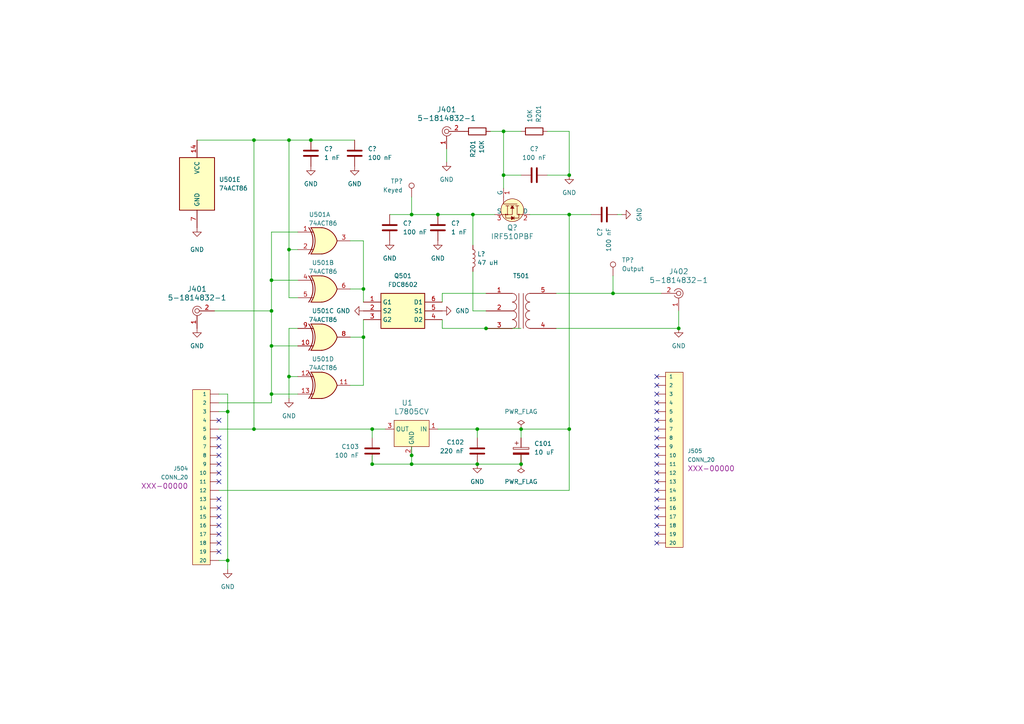
<source format=kicad_sch>
(kicad_sch (version 20230121) (generator eeschema)
  (paper "A4")
  (lib_symbols
    (symbol "74xx:74HC86" (pin_names (offset 1.016))
      (property "Reference" "U" (at 0 1.27 0))
      (property "Value" "74HC86" (at 0 -1.27 0))
      (symbol "74HC86_1_0"
        (arc (start -4.4196 -3.81) (mid -3.2033 0) (end -4.4196 3.81) (stroke (width 0.254)))
        (arc (start -3.81 -3.81) (mid -2.589 0) (end -3.81 3.81) (stroke (width 0.254)))
        (arc (start -0.6096 -3.81) (mid 2.1842 -2.5851) (end 3.81 0) (stroke (width 0.254)) (fill (type background)))
        (polyline (pts (xy -3.81 -3.81) (xy -0.635 -3.81)) (stroke (width 0.254)) (fill (type background)))
        (polyline (pts (xy -3.81 3.81) (xy -0.635 3.81)) (stroke (width 0.254)) (fill (type background)))
        (polyline (pts (xy -0.635 3.81) (xy -3.81 3.81) (xy -3.81 3.81) (xy -3.556 3.4036) (xy -3.0226 2.2606) (xy -2.6924 1.0414) (xy -2.6162 -0.254) (xy -2.7686 -1.4986) (xy -3.175 -2.7178) (xy -3.81 -3.81) (xy -3.81 -3.81) (xy -0.635 -3.81)) (stroke (width -25.4)) (fill (type background)))
        (arc (start 3.81 0) (mid 2.1915 2.5936) (end -0.6096 3.81) (stroke (width 0.254)) (fill (type background)))
        (pin input line (at -7.62 2.54 0) (length 4.445) (name "~") (number "1"))
        (pin input line (at -7.62 -2.54 0) (length 4.445) (name "~") (number "2"))
        (pin output line (at 7.62 0 180) (length 3.81) (name "~") (number "3"))
      )
      (symbol "74HC86_1_1"
        (polyline (pts (xy -3.81 -2.54) (xy -3.175 -2.54)) (stroke (width 0.1524)))
        (polyline (pts (xy -3.81 2.54) (xy -3.175 2.54)) (stroke (width 0.1524)))
      )
      (symbol "74HC86_2_0"
        (arc (start -4.4196 -3.81) (mid -3.2033 0) (end -4.4196 3.81) (stroke (width 0.254)))
        (arc (start -3.81 -3.81) (mid -2.589 0) (end -3.81 3.81) (stroke (width 0.254)))
        (arc (start -0.6096 -3.81) (mid 2.1842 -2.5851) (end 3.81 0) (stroke (width 0.254)) (fill (type background)))
        (polyline (pts (xy -3.81 -3.81) (xy -0.635 -3.81)) (stroke (width 0.254)) (fill (type background)))
        (polyline (pts (xy -3.81 3.81) (xy -0.635 3.81)) (stroke (width 0.254)) (fill (type background)))
        (polyline (pts (xy -0.635 3.81) (xy -3.81 3.81) (xy -3.81 3.81) (xy -3.556 3.4036) (xy -3.0226 2.2606) (xy -2.6924 1.0414) (xy -2.6162 -0.254) (xy -2.7686 -1.4986) (xy -3.175 -2.7178) (xy -3.81 -3.81) (xy -3.81 -3.81) (xy -0.635 -3.81)) (stroke (width -25.4)) (fill (type background)))
        (arc (start 3.81 0) (mid 2.1915 2.5936) (end -0.6096 3.81) (stroke (width 0.254)) (fill (type background)))
        (pin input line (at -7.62 2.54 0) (length 4.445) (name "~") (number "4"))
        (pin input line (at -7.62 -2.54 0) (length 4.445) (name "~") (number "5"))
        (pin output line (at 7.62 0 180) (length 3.81) (name "~") (number "6"))
      )
      (symbol "74HC86_2_1"
        (polyline (pts (xy -3.81 -2.54) (xy -3.175 -2.54)) (stroke (width 0.1524)))
        (polyline (pts (xy -3.81 2.54) (xy -3.175 2.54)) (stroke (width 0.1524)))
      )
      (symbol "74HC86_3_0"
        (arc (start -4.4196 -3.81) (mid -3.2033 0) (end -4.4196 3.81) (stroke (width 0.254)))
        (arc (start -3.81 -3.81) (mid -2.589 0) (end -3.81 3.81) (stroke (width 0.254)))
        (arc (start -0.6096 -3.81) (mid 2.1842 -2.5851) (end 3.81 0) (stroke (width 0.254)) (fill (type background)))
        (polyline (pts (xy -3.81 -3.81) (xy -0.635 -3.81)) (stroke (width 0.254)) (fill (type background)))
        (polyline (pts (xy -3.81 3.81) (xy -0.635 3.81)) (stroke (width 0.254)) (fill (type background)))
        (polyline (pts (xy -0.635 3.81) (xy -3.81 3.81) (xy -3.81 3.81) (xy -3.556 3.4036) (xy -3.0226 2.2606) (xy -2.6924 1.0414) (xy -2.6162 -0.254) (xy -2.7686 -1.4986) (xy -3.175 -2.7178) (xy -3.81 -3.81) (xy -3.81 -3.81) (xy -0.635 -3.81)) (stroke (width -25.4)) (fill (type background)))
        (arc (start 3.81 0) (mid 2.1915 2.5936) (end -0.6096 3.81) (stroke (width 0.254)) (fill (type background)))
        (pin input line (at -7.62 -2.54 0) (length 4.445) (name "~") (number "10"))
        (pin output line (at 7.62 0 180) (length 3.81) (name "~") (number "8"))
        (pin input line (at -7.62 2.54 0) (length 4.445) (name "~") (number "9"))
      )
      (symbol "74HC86_3_1"
        (polyline (pts (xy -3.81 -2.54) (xy -3.175 -2.54)) (stroke (width 0.1524)))
        (polyline (pts (xy -3.81 2.54) (xy -3.175 2.54)) (stroke (width 0.1524)))
      )
      (symbol "74HC86_4_0"
        (arc (start -4.4196 -3.81) (mid -3.2033 0) (end -4.4196 3.81) (stroke (width 0.254)))
        (arc (start -3.81 -3.81) (mid -2.589 0) (end -3.81 3.81) (stroke (width 0.254)))
        (arc (start -0.6096 -3.81) (mid 2.1842 -2.5851) (end 3.81 0) (stroke (width 0.254)) (fill (type background)))
        (polyline (pts (xy -3.81 -3.81) (xy -0.635 -3.81)) (stroke (width 0.254)) (fill (type background)))
        (polyline (pts (xy -3.81 3.81) (xy -0.635 3.81)) (stroke (width 0.254)) (fill (type background)))
        (polyline (pts (xy -0.635 3.81) (xy -3.81 3.81) (xy -3.81 3.81) (xy -3.556 3.4036) (xy -3.0226 2.2606) (xy -2.6924 1.0414) (xy -2.6162 -0.254) (xy -2.7686 -1.4986) (xy -3.175 -2.7178) (xy -3.81 -3.81) (xy -3.81 -3.81) (xy -0.635 -3.81)) (stroke (width -25.4)) (fill (type background)))
        (arc (start 3.81 0) (mid 2.1915 2.5936) (end -0.6096 3.81) (stroke (width 0.254)) (fill (type background)))
        (pin output line (at 7.62 0 180) (length 3.81) (name "~") (number "11"))
        (pin input line (at -7.62 2.54 0) (length 4.445) (name "~") (number "12"))
        (pin input line (at -7.62 -2.54 0) (length 4.445) (name "~") (number "13"))
      )
      (symbol "74HC86_4_1"
        (polyline (pts (xy -3.81 -2.54) (xy -3.175 -2.54)) (stroke (width 0.1524)))
        (polyline (pts (xy -3.81 2.54) (xy -3.175 2.54)) (stroke (width 0.1524)))
      )
      (symbol "74HC86_5_0"
        (pin power_in line (at 0 12.7 270) (length 5.08) (name "VCC") (number "14"))
        (pin power_in line (at 0 -12.7 90) (length 5.08) (name "GND") (number "7"))
      )
      (symbol "74HC86_5_1"
        (rectangle (start -5.08 7.62) (end 5.08 -7.62) (stroke (width 0.254)) (fill (type background)))
      )
    )
    (symbol "Connector:TestPoint" (pin_numbers hide) (pin_names (offset 0.762) hide)
      (property "Reference" "TP" (at 0 6.858 0))
      (property "Value" "TestPoint" (at 0 5.08 0))
      (symbol "TestPoint_0_1"
        (circle (center 0 3.302) (radius 0.762))
      )
      (symbol "TestPoint_1_1"
        (pin passive line (at 0 0 90) (length 2.54) (name "1") (number "1"))
      )
    )
    (symbol "Device:C" (pin_numbers hide) (pin_names (offset 0.254))
      (property "Reference" "C" (at 0.635 2.54 0))
      (property "Value" "C" (at 0.635 -2.54 0))
      (symbol "C_0_1"
        (polyline (pts (xy -2.032 -0.762) (xy 2.032 -0.762)) (stroke (width 0.508)))
        (polyline (pts (xy -2.032 0.762) (xy 2.032 0.762)) (stroke (width 0.508)))
      )
      (symbol "C_1_1"
        (pin passive line (at 0 3.81 270) (length 2.794) (name "~") (number "1"))
        (pin passive line (at 0 -3.81 90) (length 2.794) (name "~") (number "2"))
      )
    )
    (symbol "Device:C_Polarized" (pin_numbers hide) (pin_names (offset 0.254))
      (property "Reference" "C" (at 0.635 2.54 0))
      (property "Value" "C_Polarized" (at 0.635 -2.54 0))
      (symbol "C_Polarized_0_1"
        (rectangle (start -2.286 0.508) (end 2.286 1.016))
        (polyline (pts (xy -1.778 2.286) (xy -0.762 2.286)))
        (polyline (pts (xy -1.27 2.794) (xy -1.27 1.778)))
        (rectangle (start 2.286 -0.508) (end -2.286 -1.016) (fill (type outline)))
      )
      (symbol "C_Polarized_1_1"
        (pin passive line (at 0 3.81 270) (length 2.794) (name "~") (number "1"))
        (pin passive line (at 0 -3.81 90) (length 2.794) (name "~") (number "2"))
      )
    )
    (symbol "Device:L" (pin_numbers hide) (pin_names (offset 1.016) hide)
      (property "Reference" "L" (at -1.27 0 90))
      (property "Value" "L" (at 1.905 0 90))
      (symbol "L_0_1"
        (arc (start 0 -2.54) (mid 0.6323 -1.905) (end 0 -1.27))
        (arc (start 0 -1.27) (mid 0.6323 -0.635) (end 0 0))
        (arc (start 0 0) (mid 0.6323 0.635) (end 0 1.27))
        (arc (start 0 1.27) (mid 0.6323 1.905) (end 0 2.54))
      )
      (symbol "L_1_1"
        (pin passive line (at 0 3.81 270) (length 1.27) (name "1") (number "1"))
        (pin passive line (at 0 -3.81 90) (length 1.27) (name "2") (number "2"))
      )
    )
    (symbol "Device:R" (pin_numbers hide) (pin_names (offset 0))
      (property "Reference" "R" (at 2.032 0 90))
      (property "Value" "R" (at 0 0 90))
      (symbol "R_0_1"
        (rectangle (start -1.016 -2.54) (end 1.016 2.54) (stroke (width 0.254)))
      )
      (symbol "R_1_1"
        (pin passive line (at 0 3.81 270) (length 1.27) (name "~") (number "1"))
        (pin passive line (at 0 -3.81 90) (length 1.27) (name "~") (number "2"))
      )
    )
    (symbol "Device:Transformer_SP_1S" (pin_names (offset 1.016) hide)
      (property "Reference" "T" (at 0 6.35 0))
      (property "Value" "Transformer_SP_1S" (at 0 -7.62 0))
      (symbol "Transformer_SP_1S_0_1"
        (arc (start -2.54 -5.0546) (mid -1.6599 -4.6901) (end -1.27 -3.81))
        (arc (start -2.54 -2.5146) (mid -1.6599 -2.1501) (end -1.27 -1.27))
        (arc (start -2.54 0.0254) (mid -1.6599 0.3899) (end -1.27 1.27))
        (arc (start -2.54 2.5654) (mid -1.6599 2.9299) (end -1.27 3.81))
        (arc (start -1.27 -3.81) (mid -1.642 -2.912) (end -2.54 -2.54))
        (arc (start -1.27 -1.27) (mid -1.642 -0.372) (end -2.54 0))
        (arc (start -1.27 1.27) (mid -1.642 2.168) (end -2.54 2.54))
        (arc (start -1.27 3.81) (mid -1.642 4.708) (end -2.54 5.08))
        (polyline (pts (xy -0.635 5.08) (xy -0.635 -5.08)))
        (polyline (pts (xy 0.635 -5.08) (xy 0.635 5.08)))
        (arc (start 1.2954 -1.27) (mid 1.6599 -2.1501) (end 2.54 -2.5146))
        (arc (start 1.2954 1.27) (mid 1.6599 0.3899) (end 2.54 0.0254))
        (arc (start 1.2954 3.81) (mid 1.6599 2.9299) (end 2.54 2.5654))
        (arc (start 1.3208 -3.81) (mid 1.6853 -4.6901) (end 2.5654 -5.0546))
        (arc (start 2.54 0) (mid 1.642 -0.372) (end 1.2954 -1.27))
        (arc (start 2.54 2.54) (mid 1.642 2.168) (end 1.2954 1.27))
        (arc (start 2.54 5.08) (mid 1.642 4.708) (end 1.2954 3.81))
        (arc (start 2.5654 -2.54) (mid 1.6674 -2.912) (end 1.3208 -3.81))
      )
      (symbol "Transformer_SP_1S_1_1"
        (pin passive line (at -10.16 5.08 0) (length 7.62) (name "PR1") (number "1"))
        (pin passive line (at -10.16 0 0) (length 7.62) (name "PM") (number "2"))
        (pin passive line (at -10.16 -5.08 0) (length 7.62) (name "PR2") (number "3"))
        (pin passive line (at 10.16 -5.08 180) (length 7.62) (name "S1") (number "4"))
        (pin passive line (at 10.16 5.08 180) (length 7.62) (name "S2") (number "5"))
      )
    )
    (symbol "FDC8602:FDC8602"
      (property "Reference" "Q" (at 19.05 7.62 0))
      (property "Value" "FDC8602" (at 19.05 5.08 0))
      (symbol "FDC8602_1_1"
        (rectangle (start 5.08 2.54) (end 17.78 -7.62) (stroke (width 0.254)) (fill (type background)))
        (pin passive line (at 0 0 0) (length 5.08) (name "G1") (number "1"))
        (pin passive line (at 0 -2.54 0) (length 5.08) (name "S2") (number "2"))
        (pin passive line (at 0 -5.08 0) (length 5.08) (name "G2") (number "3"))
        (pin passive line (at 22.86 -5.08 180) (length 5.08) (name "D2") (number "4"))
        (pin passive line (at 22.86 -2.54 180) (length 5.08) (name "S1") (number "5"))
        (pin passive line (at 22.86 0 180) (length 5.08) (name "D1") (number "6"))
      )
    )
    (symbol "SparkFun-Connectors:CONN_20" (pin_numbers hide) (pin_names (offset 1.016))
      (property "Reference" "J" (at -5.08 50.8 0))
      (property "Value" "CONN_20" (at -5.08 -3.81 0))
      (property "Field4" "XXX-00000" (at 0 54.61 0))
      (symbol "CONN_20_0_1"
        (rectangle (start 0 -1.27) (end -5.08 49.53) (fill (type background)))
      )
      (symbol "CONN_20_1_1"
        (pin passive line (at 2.54 0 180) (length 2.54) (name "1") (number "1"))
        (pin passive line (at 2.54 22.86 180) (length 2.54) (name "10") (number "10"))
        (pin passive line (at 2.54 25.4 180) (length 2.54) (name "11") (number "11"))
        (pin passive line (at 2.54 27.94 180) (length 2.54) (name "12") (number "12"))
        (pin passive line (at 2.54 30.48 180) (length 2.54) (name "13") (number "13"))
        (pin passive line (at 2.54 33.02 180) (length 2.54) (name "14") (number "14"))
        (pin passive line (at 2.54 35.56 180) (length 2.54) (name "15") (number "15"))
        (pin passive line (at 2.54 38.1 180) (length 2.54) (name "16") (number "16"))
        (pin passive line (at 2.54 40.64 180) (length 2.54) (name "17") (number "17"))
        (pin passive line (at 2.54 43.18 180) (length 2.54) (name "18") (number "18"))
        (pin passive line (at 2.54 45.72 180) (length 2.54) (name "19") (number "19"))
        (pin passive line (at 2.54 2.54 180) (length 2.54) (name "2") (number "2"))
        (pin passive line (at 2.54 48.26 180) (length 2.54) (name "20") (number "20"))
        (pin passive line (at 2.54 5.08 180) (length 2.54) (name "3") (number "3"))
        (pin passive line (at 2.54 7.62 180) (length 2.54) (name "4") (number "4"))
        (pin passive line (at 2.54 10.16 180) (length 2.54) (name "5") (number "5"))
        (pin passive line (at 2.54 12.7 180) (length 2.54) (name "6") (number "6"))
        (pin passive line (at 2.54 15.24 180) (length 2.54) (name "7") (number "7"))
        (pin passive line (at 2.54 17.78 180) (length 2.54) (name "8") (number "8"))
        (pin passive line (at 2.54 20.32 180) (length 2.54) (name "9") (number "9"))
      )
    )
    (symbol "dk_Coaxial-Connectors-RF:5-1814832-1" (pin_names (offset 1.016))
      (property "Reference" "J" (at -2.54 1.27 0))
      (property "Value" "5-1814832-1" (at 1.27 -2.54 0))
      (symbol "5-1814832-1_0_1"
        (arc (start -1.27 0) (mid -0.2651 -1.3081) (end 1.27 -0.635))
        (circle (center 0 0) (radius 0.635))
        (arc (start 1.27 0.635) (mid -0.2496 1.3256) (end -1.27 0))
      )
      (symbol "5-1814832-1_1_1"
        (pin passive line (at 0 -5.08 90) (length 3.683) (name "~") (number "1"))
        (pin passive line (at 5.08 0 180) (length 4.445) (name "~") (number "2"))
      )
    )
    (symbol "dk_PMIC-Voltage-Regulators-Linear:L7805CV"
      (property "Reference" "U" (at 0 3.81 0))
      (property "Value" "L7805CV" (at 0 6.35 0))
      (symbol "L7805CV_1_1"
        (rectangle (start -5.08 2.54) (end 5.08 -5.08) (fill (type background)))
        (pin power_in line (at -7.62 0 0) (length 2.54) (name "IN") (number "1"))
        (pin power_in line (at 0 -7.62 90) (length 2.54) (name "GND") (number "2"))
        (pin power_out line (at 7.62 0 180) (length 2.54) (name "OUT") (number "3"))
      )
    )
    (symbol "dk_Transistors-FETs-MOSFETs-Single:IRF510PBF" (pin_names (offset 0))
      (property "Reference" "Q" (at -2.6924 3.6322 0))
      (property "Value" "IRF510PBF" (at 3.4544 0 90))
      (symbol "IRF510PBF_0_1"
        (circle (center -1.27 0) (radius 3.302) (fill (type background)))
        (circle (center 0 -1.905) (radius 0.127))
        (circle (center 0 -1.397) (radius 0.127))
        (polyline (pts (xy 0 -1.397) (xy -2.54 -1.397)))
        (polyline (pts (xy -5.08 -2.54) (xy -3.048 -2.54) (xy -3.048 1.397)))
        (polyline (pts (xy 0 -2.54) (xy 0 0) (xy -2.54 0)))
        (polyline (pts (xy 0 2.54) (xy 0 1.397) (xy -2.54 1.397)))
        (polyline (pts (xy -0.127 -1.905) (xy 1.016 -1.905) (xy 1.016 1.397) (xy 1.016 1.905) (xy -0.127 1.905)))
        (circle (center 0 1.905) (radius 0.127))
      )
      (symbol "IRF510PBF_1_1"
        (polyline (pts (xy -2.54 -1.397) (xy -2.54 -1.905)))
        (polyline (pts (xy -2.54 -1.397) (xy -2.54 -0.889)))
        (polyline (pts (xy -2.54 0) (xy -2.54 -0.508)))
        (polyline (pts (xy -2.54 0) (xy -2.54 0.508)))
        (polyline (pts (xy -2.54 1.905) (xy -2.54 0.889)))
        (polyline (pts (xy 1.524 0.508) (xy 0.508 0.508)))
        (polyline (pts (xy -2.54 0) (xy -1.778 0.508) (xy -1.778 -0.508) (xy -2.54 0)) (fill (type outline)))
        (polyline (pts (xy 1.016 0.508) (xy 0.508 -0.254) (xy 1.524 -0.254) (xy 1.016 0.508)) (fill (type outline)))
        (pin bidirectional line (at -7.62 -2.54 0) (length 2.54) (name "G") (number "1"))
        (pin bidirectional line (at 0 5.08 270) (length 2.54) (name "D") (number "2"))
        (pin bidirectional line (at 0 -5.08 90) (length 2.54) (name "S") (number "3"))
      )
    )
    (symbol "power:GND" (power) (pin_names (offset 0))
      (property "Value" "GND" (at 0 -3.81 0))
      (symbol "GND_0_1"
        (polyline (pts (xy 0 0) (xy 0 -1.27) (xy 1.27 -1.27) (xy 0 -2.54) (xy -1.27 -1.27) (xy 0 -1.27)))
      )
      (symbol "GND_1_1"
        (pin power_in line (at 0 0 270) (length 0) hide (name "GND") (number "1"))
      )
    )
    (symbol "power:PWR_FLAG" (power) (pin_numbers hide) (pin_names (offset 0) hide)
      (property "Value" "PWR_FLAG" (at 0 3.81 0))
      (symbol "PWR_FLAG_0_0"
        (pin power_out line (at 0 0 90) (length 0) (name "pwr") (number "1"))
      )
      (symbol "PWR_FLAG_0_1"
        (polyline (pts (xy 0 0) (xy 0 1.27) (xy -1.016 1.905) (xy 0 2.54) (xy 1.016 1.905) (xy 0 1.27)))
      )
    )
  )
  (junction (at 83.82 40.64))
  (junction (at 78.74 114.3))
  (junction (at 78.74 81.28))
  (junction (at 151.13 134.62))
  (junction (at 119.38 62.23))
  (junction (at 165.1 50.8))
  (junction (at 73.66 40.64))
  (junction (at 107.95 134.62))
  (junction (at 73.66 124.46))
  (junction (at 137.16 62.23))
  (junction (at 78.74 100.33))
  (junction (at 66.04 162.56))
  (junction (at 119.38 134.62))
  (junction (at 105.41 97.79))
  (junction (at 83.82 72.39))
  (junction (at 177.8 85.09))
  (junction (at 127 62.23))
  (junction (at 146.05 50.8))
  (junction (at 165.1 124.46))
  (junction (at 151.13 124.46))
  (junction (at 105.41 83.82))
  (junction (at 196.85 95.25))
  (junction (at 138.43 134.62))
  (junction (at 140.97 95.25))
  (junction (at 138.43 124.46))
  (junction (at 165.1 62.23))
  (junction (at 107.95 124.46))
  (junction (at 90.17 40.64))
  (junction (at 119.38 132.08))
  (junction (at 146.05 38.1))
  (junction (at 83.82 109.22))
  (junction (at 66.04 119.38))
  (junction (at 78.74 90.17))
  (no_connect (at 190.5 119.38))
  (no_connect (at 190.5 121.92))
  (no_connect (at 190.5 124.46))
  (no_connect (at 190.5 137.16))
  (no_connect (at 190.5 152.4))
  (no_connect (at 190.5 139.7))
  (no_connect (at 190.5 116.84))
  (no_connect (at 190.5 147.32))
  (no_connect (at 63.5 137.16))
  (no_connect (at 190.5 111.76))
  (no_connect (at 63.5 127))
  (no_connect (at 63.5 144.78))
  (no_connect (at 190.5 157.48))
  (no_connect (at 63.5 147.32))
  (no_connect (at 63.5 121.92))
  (no_connect (at 190.5 154.94))
  (no_connect (at 190.5 144.78))
  (no_connect (at 190.5 149.86))
  (no_connect (at 190.5 134.62))
  (no_connect (at 190.5 129.54))
  (no_connect (at 63.5 157.48))
  (no_connect (at 190.5 142.24))
  (no_connect (at 63.5 132.08))
  (no_connect (at 63.5 152.4))
  (no_connect (at 63.5 129.54))
  (no_connect (at 190.5 127))
  (no_connect (at 63.5 149.86))
  (no_connect (at 63.5 160.02))
  (no_connect (at 63.5 154.94))
  (no_connect (at 63.5 134.62))
  (no_connect (at 190.5 109.22))
  (no_connect (at 63.5 139.7))
  (no_connect (at 190.5 114.3))
  (no_connect (at 190.5 132.08))
  (wire (pts (xy 151.13 50.8) (xy 146.05 50.8)))
  (wire (pts (xy 83.82 109.22) (xy 86.36 109.22)))
  (wire (pts (xy 138.43 127) (xy 138.43 124.46)))
  (wire (pts (xy 105.41 69.85) (xy 105.41 83.82)))
  (wire (pts (xy 196.85 90.17) (xy 196.85 95.25)))
  (wire (pts (xy 196.85 95.25) (xy 161.29 95.25)))
  (wire (pts (xy 78.74 100.33) (xy 78.74 114.3)))
  (wire (pts (xy 83.82 109.22) (xy 83.82 115.57)))
  (wire (pts (xy 127 62.23) (xy 137.16 62.23)))
  (wire (pts (xy 138.43 132.08) (xy 138.43 134.62)))
  (wire (pts (xy 111.76 124.46) (xy 107.95 124.46)))
  (wire (pts (xy 137.16 90.17) (xy 140.97 90.17)))
  (wire (pts (xy 63.5 114.3) (xy 66.04 114.3)))
  (wire (pts (xy 63.5 119.38) (xy 66.04 119.38)))
  (wire (pts (xy 165.1 124.46) (xy 165.1 142.24)))
  (wire (pts (xy 129.54 46.99) (xy 129.54 43.18)))
  (wire (pts (xy 171.45 62.23) (xy 165.1 62.23)))
  (wire (pts (xy 83.82 72.39) (xy 86.36 72.39)))
  (wire (pts (xy 128.27 85.09) (xy 128.27 87.63)))
  (wire (pts (xy 57.15 40.64) (xy 73.66 40.64)))
  (wire (pts (xy 146.05 50.8) (xy 146.05 38.1)))
  (wire (pts (xy 73.66 40.64) (xy 83.82 40.64)))
  (wire (pts (xy 78.74 81.28) (xy 86.36 81.28)))
  (wire (pts (xy 119.38 57.15) (xy 119.38 62.23)))
  (wire (pts (xy 146.05 50.8) (xy 146.05 54.61)))
  (wire (pts (xy 105.41 111.76) (xy 101.6 111.76)))
  (wire (pts (xy 66.04 119.38) (xy 66.04 114.3)))
  (wire (pts (xy 86.36 114.3) (xy 78.74 114.3)))
  (wire (pts (xy 78.74 116.84) (xy 78.74 114.3)))
  (wire (pts (xy 86.36 86.36) (xy 83.82 86.36)))
  (wire (pts (xy 63.5 116.84) (xy 78.74 116.84)))
  (wire (pts (xy 83.82 72.39) (xy 83.82 40.64)))
  (wire (pts (xy 73.66 124.46) (xy 107.95 124.46)))
  (wire (pts (xy 107.95 134.62) (xy 107.95 132.08)))
  (wire (pts (xy 105.41 69.85) (xy 101.6 69.85)))
  (wire (pts (xy 158.75 50.8) (xy 165.1 50.8)))
  (wire (pts (xy 151.13 38.1) (xy 146.05 38.1)))
  (wire (pts (xy 119.38 62.23) (xy 127 62.23)))
  (wire (pts (xy 83.82 86.36) (xy 83.82 72.39)))
  (wire (pts (xy 63.5 142.24) (xy 165.1 142.24)))
  (wire (pts (xy 151.13 124.46) (xy 138.43 124.46)))
  (wire (pts (xy 165.1 62.23) (xy 165.1 124.46)))
  (wire (pts (xy 161.29 85.09) (xy 177.8 85.09)))
  (wire (pts (xy 119.38 129.54) (xy 119.38 132.08)))
  (wire (pts (xy 86.36 95.25) (xy 83.82 95.25)))
  (wire (pts (xy 191.77 85.09) (xy 177.8 85.09)))
  (wire (pts (xy 142.24 38.1) (xy 146.05 38.1)))
  (wire (pts (xy 151.13 127) (xy 151.13 124.46)))
  (wire (pts (xy 153.67 62.23) (xy 165.1 62.23)))
  (wire (pts (xy 105.41 92.71) (xy 105.41 97.79)))
  (wire (pts (xy 128.27 95.25) (xy 128.27 92.71)))
  (wire (pts (xy 62.23 90.17) (xy 78.74 90.17)))
  (wire (pts (xy 105.41 83.82) (xy 101.6 83.82)))
  (wire (pts (xy 151.13 132.08) (xy 151.13 134.62)))
  (wire (pts (xy 137.16 78.74) (xy 137.16 90.17)))
  (wire (pts (xy 158.75 38.1) (xy 165.1 38.1)))
  (wire (pts (xy 151.13 95.25) (xy 140.97 95.25)))
  (wire (pts (xy 165.1 38.1) (xy 165.1 50.8)))
  (wire (pts (xy 78.74 90.17) (xy 78.74 100.33)))
  (wire (pts (xy 83.82 40.64) (xy 90.17 40.64)))
  (wire (pts (xy 137.16 62.23) (xy 143.51 62.23)))
  (wire (pts (xy 119.38 134.62) (xy 119.38 132.08)))
  (wire (pts (xy 63.5 162.56) (xy 66.04 162.56)))
  (wire (pts (xy 66.04 119.38) (xy 66.04 162.56)))
  (wire (pts (xy 138.43 134.62) (xy 119.38 134.62)))
  (wire (pts (xy 105.41 83.82) (xy 105.41 87.63)))
  (wire (pts (xy 151.13 134.62) (xy 138.43 134.62)))
  (wire (pts (xy 140.97 85.09) (xy 128.27 85.09)))
  (wire (pts (xy 105.41 97.79) (xy 105.41 111.76)))
  (wire (pts (xy 86.36 67.31) (xy 78.74 67.31)))
  (wire (pts (xy 140.97 95.25) (xy 128.27 95.25)))
  (wire (pts (xy 73.66 40.64) (xy 73.66 124.46)))
  (wire (pts (xy 66.04 162.56) (xy 66.04 165.1)))
  (wire (pts (xy 119.38 134.62) (xy 107.95 134.62)))
  (wire (pts (xy 101.6 97.79) (xy 105.41 97.79)))
  (wire (pts (xy 151.13 124.46) (xy 165.1 124.46)))
  (wire (pts (xy 78.74 67.31) (xy 78.74 81.28)))
  (wire (pts (xy 83.82 95.25) (xy 83.82 109.22)))
  (wire (pts (xy 107.95 127) (xy 107.95 124.46)))
  (wire (pts (xy 180.34 62.23) (xy 179.07 62.23)))
  (wire (pts (xy 113.03 62.23) (xy 119.38 62.23)))
  (wire (pts (xy 177.8 80.01) (xy 177.8 85.09)))
  (wire (pts (xy 78.74 100.33) (xy 86.36 100.33)))
  (wire (pts (xy 137.16 62.23) (xy 137.16 71.12)))
  (wire (pts (xy 138.43 124.46) (xy 127 124.46)))
  (wire (pts (xy 78.74 81.28) (xy 78.74 90.17)))
  (wire (pts (xy 90.17 40.64) (xy 102.87 40.64)))
  (wire (pts (xy 63.5 124.46) (xy 73.66 124.46)))
  (symbol (lib_id "power:GND") (at 57.15 66.04 0) (unit 1)
    (property "Reference" "#PWR028" (effects hide))
    (property "Value" "GND" (at 57.15 72.39 0))
  )
  (symbol (lib_id "74xx:74HC86") (at 93.98 69.85 0) (unit 1)
    (property "Reference" "U501" (at 92.71 62.23 0))
    (property "Value" "74ACT86" (at 93.6752 64.77 0))
    (property "Footprint" "Package_SO:SOIC-14_3.9x8.7mm_P1.27mm" (effects hide))
    (property "Datasheet" "http://www.ti.com/lit/gpn/sn74HC86" (effects hide))
  )
  (symbol (lib_id "Device:C") (at 138.43 130.81 0) (mirror y) (unit 1)
    (property "Reference" "C102" (at 134.62 128.27 0) (effects (justify left)))
    (property "Value" "220 nF" (at 134.62 130.81 0) (effects (justify left)))
    (property "Footprint" "Capacitor_SMD:C_0805_2012Metric" (effects hide))
    (instances (project "RFPowerAmp" (path "" (reference "C102") (unit 1)) (path "" (reference "C3") (unit 1)) (path "" (reference "C2") (unit 1))) (project "Breadboard" (path "" (reference "C2") (unit 1))))
  )
  (symbol (lib_id "power:PWR_FLAG") (at 151.13 124.46 0) (mirror y) (unit 1)
    (property "Reference" "#FLG01" (effects hide))
    (property "Value" "PWR_FLAG" (at 151.13 119.38 0))
  )
  (symbol (lib_id "Device:C") (at 113.03 66.04 0) (unit 1)
    (property "Reference" "C?" (at 116.84 64.77 0) (effects (justify left)))
    (property "Value" "100 nF" (at 116.84 67.31 0) (effects (justify left)))
    (property "Footprint" "Capacitor_SMD:C_0805_2012Metric" (effects hide))
    (instances (project "RFPowerAmp" (path "" (reference "C?") (unit 1)) (path "" (reference "C203") (unit 1)) (path "" (reference "C403") (unit 1)) (path "" (reference "C503") (unit 1))) (project "Breadboard" (path "" (reference "C5") (unit 1))))
  )
  (symbol (lib_id "Device:C") (at 90.17 44.45 0) (unit 1)
    (property "Reference" "C?" (at 93.98 43.18 0) (effects (justify left)))
    (property "Value" "1 nF" (at 93.98 45.72 0) (effects (justify left)))
    (property "Footprint" "Capacitor_SMD:C_0805_2012Metric" (effects hide))
    (instances (project "RFPowerAmp" (path "" (reference "C?") (unit 1)) (path "" (reference "C201") (unit 1)) (path "" (reference "C401") (unit 1)) (path "" (reference "C501") (unit 1))) (project "Breadboard" (path "" (reference "C3") (unit 1))))
  )
  (symbol (lib_id "74xx:74HC86") (at 57.15 53.34 0) (unit 5)
    (property "Reference" "U501" (at 63.5 52.07 0) (effects (justify left)))
    (property "Value" "74ACT86" (at 63.5 54.61 0) (effects (justify left)))
    (property "Footprint" "Package_SO:SOIC-14_3.9x8.7mm_P1.27mm" (effects hide))
    (property "Datasheet" "http://www.ti.com/lit/gpn/sn74HC86" (effects hide))
  )
  (symbol (lib_id "power:GND") (at 180.34 62.23 90) (mirror x) (unit 1)
    (property "Reference" "#PWR?" (effects hide))
    (property "Value" "GND" (at 185.42 62.23 0))
    (instances (project "RFPowerAmp" (path "" (reference "#PWR?") (unit 1)) (path "" (reference "#PWR08") (unit 1)) (path "" (reference "#PWR017") (unit 1)) (path "" (reference "#PWR037") (unit 1))) (project "Breadboard" (path "" (reference "#PWR08") (unit 1))))
  )
  (symbol (lib_id "dk_Transistors-FETs-MOSFETs-Single:IRF510PBF") (at 148.59 62.23 270) (unit 1)
    (property "Reference" "Q?" (at 148.59 66.04 90) (effects (font (size 1.524 1.524))))
    (property "Value" "IRF510PBF" (at 148.59 68.58 90) (effects (font (size 1.524 1.524))))
    (property "Footprint" "digikey-footprints:TO-220-3" (effects hide))
    (property "Datasheet" "http://www.vishay.com/docs/91015/sihf510.pdf" (effects hide))
    (property "Digi-Key_PN" "IRF510PBF-ND" (effects hide))
    (property "MPN" "IRF510PBF" (effects hide))
    (property "Category" "Discrete Semiconductor Products" (effects hide))
    (property "Family" "Transistors - FETs, MOSFETs - Single" (effects hide))
    (property "DK_Datasheet_Link" "http://www.vishay.com/docs/91015/sihf510.pdf" (effects hide))
    (property "DK_Detail_Page" "/product-detail/en/vishay-siliconix/IRF510PBF/IRF510PBF-ND/811710" (effects hide))
    (property "Description" "MOSFET N-CH 100V 5.6A TO-220AB" (effects hide))
    (property "Manufacturer" "Vishay Siliconix" (effects hide))
    (property "Status" "Active" (effects hide))
    (instances (project "RFPowerAmp" (path "" (reference "Q?") (unit 1)) (path "" (reference "Q201") (unit 1)) (path "" (reference "Q501") (unit 1))) (project "Breadboard" (path "" (reference "Q1") (unit 1))))
  )
  (symbol (lib_id "Device:R") (at 154.94 38.1 90) (mirror x) (unit 1)
    (property "Reference" "R201" (at 156.21 35.56 0) (effects (justify right)))
    (property "Value" "10K" (at 153.67 35.56 0) (effects (justify right)))
    (property "Footprint" "Resistor_THT:R_Axial_DIN0309_L9.0mm_D3.2mm_P12.70mm_Horizontal" (effects hide))
    (instances (project "RFPowerAmp" (path "" (reference "R201") (unit 1)) (path "" (reference "R401") (unit 1)) (path "" (reference "R503") (unit 1))))
  )
  (symbol (lib_id "SparkFun-Connectors:CONN_20") (at 60.96 114.3 0) (mirror x) (unit 1)
    (property "Reference" "J504" (at 54.61 135.89 0) (effects (font (size 1.143 1.143)) (justify right)))
    (property "Value" "CONN_20" (at 54.61 138.43 0) (effects (font (size 1.143 1.143)) (justify right)))
    (property "Footprint" "1X20" (effects hide))
    (property "Field4" "XXX-00000" (at 54.61 140.97 0) (effects (font (size 1.524 1.524)) (justify right)))
  )
  (symbol (lib_id "74xx:74HC86") (at 93.98 111.76 0) (unit 4)
    (property "Reference" "U501" (at 93.6752 104.14 0))
    (property "Value" "74ACT86" (at 93.6752 106.68 0))
    (property "Footprint" "Package_SO:SOIC-14_3.9x8.7mm_P1.27mm" (effects hide))
    (property "Datasheet" "http://www.ti.com/lit/gpn/sn74HC86" (effects hide))
  )
  (symbol (lib_id "dk_PMIC-Voltage-Regulators-Linear:L7805CV") (at 119.38 124.46 0) (mirror y) (unit 1)
    (property "Reference" "U1" (at 118.11 116.84 0) (effects (font (size 1.524 1.524))))
    (property "Value" "L7805CV" (at 119.38 119.38 0) (effects (font (size 1.524 1.524))))
    (property "Footprint" "digikey-footprints:TO-220-3" (effects hide))
    (property "Datasheet" "http://www.st.com/content/ccc/resource/technical/document/datasheet/41/4f/b3/b0/12/d4/47/88/CD00000444.pdf/files/CD00000444.pdf/jcr:content/translations/en.CD00000444.pdf" (effects hide))
    (property "Digi-Key_PN" "497-1443-5-ND" (effects hide))
    (property "MPN" "L7805CV" (effects hide))
    (property "Category" "Integrated Circuits (ICs)" (effects hide))
    (property "Family" "PMIC - Voltage Regulators - Linear" (effects hide))
    (property "DK_Datasheet_Link" "http://www.st.com/content/ccc/resource/technical/document/datasheet/41/4f/b3/b0/12/d4/47/88/CD00000444.pdf/files/CD00000444.pdf/jcr:content/translations/en.CD00000444.pdf" (effects hide))
    (property "DK_Detail_Page" "/product-detail/en/stmicroelectronics/L7805CV/497-1443-5-ND/585964" (effects hide))
    (property "Description" "IC REG LINEAR 5V 1.5A TO220AB" (effects hide))
    (property "Manufacturer" "STMicroelectronics" (effects hide))
    (property "Status" "Active" (effects hide))
    (instances (project "RFPowerAmp" (path "" (reference "U1") (unit 1)) (path "" (reference "U502") (unit 1))))
  )
  (symbol (lib_id "power:GND") (at 66.04 165.1 0) (unit 1)
    (property "Reference" "#PWR04" (effects hide))
    (property "Value" "GND" (at 66.04 170.18 0))
  )
  (symbol (lib_id "FDC8602:FDC8602") (at 105.41 87.63 0) (unit 1)
    (property "Reference" "Q501" (at 116.84 80.01 0))
    (property "Value" "FDC8602" (at 116.84 82.55 0))
    (property "Footprint" "SOT95P280X110-6N" (effects hide))
    (property "Datasheet" "https://www.onsemi.com/pub/Collateral/FDC8602-D.pdf" (effects hide))
    (property "Height" "1.1" (effects hide))
    (property "Manufacturer_Name" "onsemi" (effects hide))
    (property "Manufacturer_Part_Number" "FDC8602" (effects hide))
    (property "Mouser Part Number" "512-FDC8602" (effects hide))
    (property "Mouser Price/Stock" "https://www.mouser.co.uk/ProductDetail/ON-Semiconductor-Fairchild/FDC8602?qs=saINYyF3%252BML1y6pilu%2F8uw%3D%3D" (effects hide))
    (property "Arrow Part Number" "FDC8602" (effects hide))
    (property "Arrow Price/Stock" "https://www.arrow.com/en/products/fdc8602/on-semiconductor?region=nac" (effects hide))
  )
  (symbol (lib_id "Device:C") (at 127 66.04 0) (unit 1)
    (property "Reference" "C?" (at 130.81 64.77 0) (effects (justify left)))
    (property "Value" "1 nF" (at 130.81 67.31 0) (effects (justify left)))
    (property "Footprint" "Capacitor_SMD:C_0805_2012Metric" (effects hide))
    (instances (project "RFPowerAmp" (path "" (reference "C?") (unit 1)) (path "" (reference "C204") (unit 1)) (path "" (reference "C404") (unit 1)) (path "" (reference "C504") (unit 1))) (project "Breadboard" (path "" (reference "C6") (unit 1))))
  )
  (symbol (lib_id "Device:R") (at 138.43 38.1 270) (mirror x) (unit 1)
    (property "Reference" "R201" (at 137.16 40.64 0) (effects (justify right)))
    (property "Value" "10K" (at 139.7 40.64 0) (effects (justify right)))
    (property "Footprint" "Resistor_THT:R_Axial_DIN0309_L9.0mm_D3.2mm_P12.70mm_Horizontal" (effects hide))
    (instances (project "RFPowerAmp" (path "" (reference "R201") (unit 1)) (path "" (reference "R401") (unit 1)) (path "" (reference "R502") (unit 1))))
  )
  (symbol (lib_id "Device:L") (at 137.16 74.93 0) (unit 1)
    (property "Reference" "L?" (at 138.43 73.66 0) (effects (justify left)))
    (property "Value" "47 uH" (at 138.43 76.2 0) (effects (justify left)))
    (property "Footprint" "Inductor_THT:L_Toroid_Horizontal_D9.5mm_P15.00mm_Diameter10-5mm_Amidon-T37" (effects hide))
    (property "Notes" "12T on FT37-43" (effects hide))
    (instances (project "RFPowerAmp" (path "" (reference "L?") (unit 1)) (path "" (reference "L201") (unit 1)) (path "" (reference "L401") (unit 1)) (path "" (reference "L501") (unit 1))) (project "Breadboard" (path "" (reference "L1") (unit 1))))
  )
  (symbol (lib_id "power:PWR_FLAG") (at 151.13 134.62 0) (mirror x) (unit 1)
    (property "Reference" "#FLG02" (effects hide))
    (property "Value" "PWR_FLAG" (at 151.13 139.7 0))
  )
  (symbol (lib_id "dk_Coaxial-Connectors-RF:5-1814832-1") (at 57.15 90.17 0) (unit 1)
    (property "Reference" "J401" (at 57.1499 83.82 0) (effects (font (size 1.524 1.524))))
    (property "Value" "5-1814832-1" (at 57.1499 86.36 0) (effects (font (size 1.524 1.524))))
    (property "Footprint" "digikey-footprints:RF_SMA_Vertical_5-1814832-1" (effects hide))
    (property "Datasheet" "https://www.te.com/commerce/DocumentDelivery/DDEController?Action=srchrtrv&DocNm=1814832&DocType=Customer+Drawing&DocLang=English" (effects hide))
    (property "Digi-Key_PN" "A97594-ND" (effects hide))
    (property "MPN" "5-1814832-1" (effects hide))
    (property "Category" "Connectors, Interconnects" (effects hide))
    (property "Family" "Coaxial Connectors (RF)" (effects hide))
    (property "DK_Datasheet_Link" "https://www.te.com/commerce/DocumentDelivery/DDEController?Action=srchrtrv&DocNm=1814832&DocType=Customer+Drawing&DocLang=English" (effects hide))
    (property "DK_Detail_Page" "/product-detail/en/te-connectivity-amp-connectors/5-1814832-1/A97594-ND/1755982" (effects hide))
    (property "Description" "CONN SMA JACK STR 50 OHM PCB" (effects hide))
    (property "Manufacturer" "TE Connectivity AMP Connectors" (effects hide))
    (property "Status" "Active" (effects hide))
    (instances (project "RFPowerAmp" (path "" (reference "J401") (unit 1)) (path "" (reference "J501") (unit 1))))
  )
  (symbol (lib_id "Device:C") (at 175.26 62.23 90) (mirror x) (unit 1)
    (property "Reference" "C?" (at 173.99 66.04 0) (effects (justify left)))
    (property "Value" "100 nF" (at 176.53 66.04 0) (effects (justify left)))
    (property "Footprint" "Capacitor_SMD:C_0805_2012Metric" (effects hide))
    (instances (project "RFPowerAmp" (path "" (reference "C?") (unit 1)) (path "" (reference "C203") (unit 1)) (path "" (reference "C403") (unit 1)) (path "" (reference "C506") (unit 1))) (project "Breadboard" (path "" (reference "C5") (unit 1))))
  )
  (symbol (lib_id "power:GND") (at 138.43 134.62 0) (mirror y) (unit 1)
    (property "Reference" "#PWR05" (effects hide))
    (property "Value" "GND" (at 138.43 139.7 0))
    (instances (project "RFPowerAmp" (path "" (reference "#PWR05") (unit 1)) (path "" (reference "#PWR05") (unit 1)) (path "" (reference "#PWR05") (unit 1))) (project "Breadboard" (path "" (reference "#PWR01") (unit 1))))
  )
  (symbol (lib_id "Connector:TestPoint") (at 177.8 80.01 0) (unit 1)
    (property "Reference" "TP?" (at 180.34 75.438 0) (effects (justify left)))
    (property "Value" "Output" (at 180.34 77.978 0) (effects (justify left)))
    (property "Footprint" "TestPoint:TestPoint_THTPad_D3.0mm_Drill1.5mm" (effects hide))
    (instances (project "RFPowerAmp" (path "" (reference "TP?") (unit 1)) (path "" (reference "TP203") (unit 1)) (path "" (reference "TP403") (unit 1)) (path "" (reference "TP503") (unit 1))) (project "Breadboard" (path "" (reference "TP3") (unit 1))))
  )
  (symbol (lib_id "Device:C") (at 154.94 50.8 90) (unit 1)
    (property "Reference" "C?" (at 154.94 43.18 90))
    (property "Value" "100 nF" (at 154.94 45.72 90))
    (property "Footprint" "Capacitor_SMD:C_0805_2012Metric" (effects hide))
    (instances (project "RFPowerAmp" (path "" (reference "C?") (unit 1)) (path "" (reference "C202") (unit 1)) (path "" (reference "C402") (unit 1)) (path "" (reference "C505") (unit 1))) (project "Breadboard" (path "" (reference "C4") (unit 1))))
  )
  (symbol (lib_id "SparkFun-Connectors:CONN_20") (at 193.04 109.22 180) (unit 1)
    (property "Reference" "J505" (at 199.39 130.81 0) (effects (font (size 1.143 1.143)) (justify right)))
    (property "Value" "CONN_20" (at 199.39 133.35 0) (effects (font (size 1.143 1.143)) (justify right)))
    (property "Footprint" "1X20" (effects hide))
    (property "Field4" "XXX-00000" (at 199.39 135.89 0) (effects (font (size 1.524 1.524)) (justify right)))
  )
  (symbol (lib_id "power:GND") (at 165.1 50.8 0) (unit 1)
    (property "Reference" "#PWR?" (effects hide))
    (property "Value" "GND" (at 165.1 55.88 0))
    (instances (project "RFPowerAmp" (path "" (reference "#PWR?") (unit 1)) (path "" (reference "#PWR09") (unit 1)) (path "" (reference "#PWR018") (unit 1)) (path "" (reference "#PWR038") (unit 1))) (project "Breadboard" (path "" (reference "#PWR05") (unit 1))))
  )
  (symbol (lib_id "Connector:TestPoint") (at 119.38 57.15 0) (mirror y) (unit 1)
    (property "Reference" "TP?" (at 116.84 52.578 0) (effects (justify left)))
    (property "Value" "Keyed" (at 116.84 55.118 0) (effects (justify left)))
    (property "Footprint" "TestPoint:TestPoint_THTPad_D3.0mm_Drill1.5mm" (effects hide))
    (instances (project "RFPowerAmp" (path "" (reference "TP?") (unit 1)) (path "" (reference "TP204") (unit 1)) (path "" (reference "TP404") (unit 1)) (path "" (reference "TP502") (unit 1))) (project "Breadboard" (path "" (reference "TP4") (unit 1))))
  )
  (symbol (lib_id "power:GND") (at 105.41 90.17 270) (unit 1)
    (property "Reference" "#PWR034" (effects hide))
    (property "Value" "GND" (at 101.6 90.17 90) (effects (justify right)))
  )
  (symbol (lib_id "Device:C") (at 102.87 44.45 0) (unit 1)
    (property "Reference" "C?" (at 106.68 43.18 0) (effects (justify left)))
    (property "Value" "100 nF" (at 106.68 45.72 0) (effects (justify left)))
    (property "Footprint" "Capacitor_SMD:C_0805_2012Metric" (effects hide))
    (instances (project "RFPowerAmp" (path "" (reference "C?") (unit 1)) (path "" (reference "C202") (unit 1)) (path "" (reference "C402") (unit 1)) (path "" (reference "C502") (unit 1))) (project "Breadboard" (path "" (reference "C4") (unit 1))))
  )
  (symbol (lib_id "Device:C") (at 107.95 130.81 0) (mirror y) (unit 1)
    (property "Reference" "C103" (at 104.14 129.54 0) (effects (justify left)))
    (property "Value" "100 nF" (at 104.14 132.08 0) (effects (justify left)))
    (instances (project "RFPowerAmp" (path "" (reference "C103") (unit 1)) (path "" (reference "C3") (unit 1))))
  )
  (symbol (lib_id "Device:C_Polarized") (at 151.13 130.81 0) (unit 1)
    (property "Reference" "C101" (at 154.94 128.651 0) (effects (justify left)))
    (property "Value" "10 uF" (at 154.94 131.191 0) (effects (justify left)))
    (property "Footprint" "Capacitors:PANASONIC_C" (effects hide))
    (instances (project "RFPowerAmp" (path "" (reference "C101") (unit 1)) (path "" (reference "C201") (unit 1)) (path "" (reference "C1") (unit 1))) (project "Breadboard" (path "" (reference "C1") (unit 1))))
  )
  (symbol (lib_id "power:GND") (at 102.87 48.26 0) (unit 1)
    (property "Reference" "#PWR?" (effects hide))
    (property "Value" "GND" (at 102.87 53.34 0))
    (instances (project "RFPowerAmp" (path "" (reference "#PWR?") (unit 1)) (path "" (reference "#PWR06") (unit 1)) (path "" (reference "#PWR015") (unit 1)) (path "" (reference "#PWR027") (unit 1))) (project "Breadboard" (path "" (reference "#PWR09") (unit 1))))
  )
  (symbol (lib_id "74xx:74HC86") (at 93.98 97.79 0) (unit 3)
    (property "Reference" "U501" (at 93.6752 90.17 0))
    (property "Value" "74ACT86" (at 93.6752 92.71 0))
    (property "Footprint" "Package_SO:SOIC-14_3.9x8.7mm_P1.27mm" (effects hide))
    (property "Datasheet" "http://www.ti.com/lit/gpn/sn74HC86" (effects hide))
  )
  (symbol (lib_id "power:GND") (at 129.54 46.99 0) (unit 1)
    (property "Reference" "#PWR?" (effects hide))
    (property "Value" "GND" (at 129.54 52.07 0))
    (instances (project "RFPowerAmp" (path "" (reference "#PWR?") (unit 1)) (path "" (reference "#PWR08") (unit 1)) (path "" (reference "#PWR017") (unit 1)) (path "" (reference "#PWR033") (unit 1))) (project "Breadboard" (path "" (reference "#PWR08") (unit 1))))
  )
  (symbol (lib_id "dk_Coaxial-Connectors-RF:5-1814832-1") (at 196.85 85.09 0) (mirror y) (unit 1)
    (property "Reference" "J402" (at 196.8501 78.74 0) (effects (font (size 1.524 1.524))))
    (property "Value" "5-1814832-1" (at 196.8501 81.28 0) (effects (font (size 1.524 1.524))))
    (property "Footprint" "digikey-footprints:RF_SMA_Vertical_5-1814832-1" (effects hide))
    (property "Datasheet" "https://www.te.com/commerce/DocumentDelivery/DDEController?Action=srchrtrv&DocNm=1814832&DocType=Customer+Drawing&DocLang=English" (effects hide))
    (property "Digi-Key_PN" "A97594-ND" (effects hide))
    (property "MPN" "5-1814832-1" (effects hide))
    (property "Category" "Connectors, Interconnects" (effects hide))
    (property "Family" "Coaxial Connectors (RF)" (effects hide))
    (property "DK_Datasheet_Link" "https://www.te.com/commerce/DocumentDelivery/DDEController?Action=srchrtrv&DocNm=1814832&DocType=Customer+Drawing&DocLang=English" (effects hide))
    (property "DK_Detail_Page" "/product-detail/en/te-connectivity-amp-connectors/5-1814832-1/A97594-ND/1755982" (effects hide))
    (property "Description" "CONN SMA JACK STR 50 OHM PCB" (effects hide))
    (property "Manufacturer" "TE Connectivity AMP Connectors" (effects hide))
    (property "Status" "Active" (effects hide))
    (instances (project "RFPowerAmp" (path "" (reference "J402") (unit 1)) (path "" (reference "J503") (unit 1))))
  )
  (symbol (lib_id "power:GND") (at 196.85 95.25 0) (unit 1)
    (property "Reference" "#PWR?" (effects hide))
    (property "Value" "GND" (at 196.85 100.33 0))
    (instances (project "RFPowerAmp" (path "" (reference "#PWR?") (unit 1)) (path "" (reference "#PWR011") (unit 1)) (path "" (reference "#PWR020") (unit 1)) (path "" (reference "#PWR036") (unit 1))) (project "Breadboard" (path "" (reference "#PWR010") (unit 1))))
  )
  (symbol (lib_id "power:GND") (at 57.15 95.25 0) (unit 1)
    (property "Reference" "#PWR?" (effects hide))
    (property "Value" "GND" (at 57.15 100.33 0))
    (instances (project "RFPowerAmp" (path "" (reference "#PWR?") (unit 1)) (path "" (reference "#PWR02") (unit 1)) (path "" (reference "#PWR013") (unit 1)) (path "" (reference "#PWR024") (unit 1))) (project "Breadboard" (path "" (reference "#PWR03") (unit 1))))
  )
  (symbol (lib_id "74xx:74HC86") (at 93.98 83.82 0) (unit 2)
    (property "Reference" "U501" (at 93.6752 76.2 0))
    (property "Value" "74ACT86" (at 93.6752 78.74 0))
    (property "Footprint" "Package_SO:SOIC-14_3.9x8.7mm_P1.27mm" (effects hide))
    (property "Datasheet" "http://www.ti.com/lit/gpn/sn74HC86" (effects hide))
  )
  (symbol (lib_id "power:GND") (at 127 69.85 0) (unit 1)
    (property "Reference" "#PWR?" (effects hide))
    (property "Value" "GND" (at 127 74.93 0))
    (instances (project "RFPowerAmp" (path "" (reference "#PWR?") (unit 1)) (path "" (reference "#PWR09") (unit 1)) (path "" (reference "#PWR018") (unit 1)) (path "" (reference "#PWR031") (unit 1))) (project "Breadboard" (path "" (reference "#PWR05") (unit 1))))
  )
  (symbol (lib_id "power:GND") (at 128.27 90.17 90) (unit 1)
    (property "Reference" "#PWR035" (effects hide))
    (property "Value" "GND" (at 132.08 90.17 90) (effects (justify right)))
  )
  (symbol (lib_id "dk_Coaxial-Connectors-RF:5-1814832-1") (at 129.54 38.1 0) (unit 1)
    (property "Reference" "J401" (at 129.5399 31.75 0) (effects (font (size 1.524 1.524))))
    (property "Value" "5-1814832-1" (at 129.5399 34.29 0) (effects (font (size 1.524 1.524))))
    (property "Footprint" "digikey-footprints:RF_SMA_Vertical_5-1814832-1" (effects hide))
    (property "Datasheet" "https://www.te.com/commerce/DocumentDelivery/DDEController?Action=srchrtrv&DocNm=1814832&DocType=Customer+Drawing&DocLang=English" (effects hide))
    (property "Digi-Key_PN" "A97594-ND" (effects hide))
    (property "MPN" "5-1814832-1" (effects hide))
    (property "Category" "Connectors, Interconnects" (effects hide))
    (property "Family" "Coaxial Connectors (RF)" (effects hide))
    (property "DK_Datasheet_Link" "https://www.te.com/commerce/DocumentDelivery/DDEController?Action=srchrtrv&DocNm=1814832&DocType=Customer+Drawing&DocLang=English" (effects hide))
    (property "DK_Detail_Page" "/product-detail/en/te-connectivity-amp-connectors/5-1814832-1/A97594-ND/1755982" (effects hide))
    (property "Description" "CONN SMA JACK STR 50 OHM PCB" (effects hide))
    (property "Manufacturer" "TE Connectivity AMP Connectors" (effects hide))
    (property "Status" "Active" (effects hide))
    (instances (project "RFPowerAmp" (path "" (reference "J401") (unit 1)) (path "" (reference "J502") (unit 1))))
  )
  (symbol (lib_id "power:GND") (at 83.82 115.57 0) (unit 1)
    (property "Reference" "#PWR032" (effects hide))
    (property "Value" "GND" (at 83.82 120.65 0))
  )
  (symbol (lib_id "Device:Transformer_SP_1S") (at 151.13 90.17 0) (unit 1)
    (property "Reference" "T501" (at 151.1427 80.01 0))
    (property "Value" "BN-43-202" (effects hide))
  )
  (symbol (lib_id "power:GND") (at 90.17 48.26 0) (unit 1)
    (property "Reference" "#PWR?" (effects hide))
    (property "Value" "GND" (at 90.17 53.34 0))
    (instances (project "RFPowerAmp" (path "" (reference "#PWR?") (unit 1)) (path "" (reference "#PWR03") (unit 1)) (path "" (reference "#PWR014") (unit 1)) (path "" (reference "#PWR025") (unit 1))) (project "Breadboard" (path "" (reference "#PWR06") (unit 1))))
  )
  (symbol (lib_id "power:GND") (at 113.03 69.85 0) (unit 1)
    (property "Reference" "#PWR?" (effects hide))
    (property "Value" "GND" (at 113.03 74.93 0))
    (instances (project "RFPowerAmp" (path "" (reference "#PWR?") (unit 1)) (path "" (reference "#PWR08") (unit 1)) (path "" (reference "#PWR017") (unit 1)) (path "" (reference "#PWR029") (unit 1))) (project "Breadboard" (path "" (reference "#PWR08") (unit 1))))
  )
)
</source>
